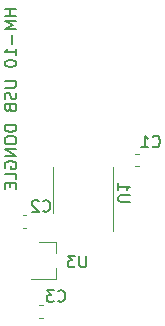
<source format=gbr>
G04 #@! TF.GenerationSoftware,KiCad,Pcbnew,(5.1.5)-3*
G04 #@! TF.CreationDate,2021-04-30T23:34:10+03:00*
G04 #@! TF.ProjectId,HM10USBDongle,484d3130-5553-4424-946f-6e676c652e6b,rev?*
G04 #@! TF.SameCoordinates,Original*
G04 #@! TF.FileFunction,Legend,Bot*
G04 #@! TF.FilePolarity,Positive*
%FSLAX46Y46*%
G04 Gerber Fmt 4.6, Leading zero omitted, Abs format (unit mm)*
G04 Created by KiCad (PCBNEW (5.1.5)-3) date 2021-04-30 23:34:10*
%MOMM*%
%LPD*%
G04 APERTURE LIST*
%ADD10C,0.127000*%
%ADD11C,0.120000*%
%ADD12C,0.150000*%
G04 APERTURE END LIST*
D10*
X128468380Y-61619761D02*
X127468380Y-61619761D01*
X127944571Y-61619761D02*
X127944571Y-62191190D01*
X128468380Y-62191190D02*
X127468380Y-62191190D01*
X128468380Y-62667380D02*
X127468380Y-62667380D01*
X128182666Y-63000714D01*
X127468380Y-63334047D01*
X128468380Y-63334047D01*
X128087428Y-63810238D02*
X128087428Y-64572142D01*
X128468380Y-65572142D02*
X128468380Y-65000714D01*
X128468380Y-65286428D02*
X127468380Y-65286428D01*
X127611238Y-65191190D01*
X127706476Y-65095952D01*
X127754095Y-65000714D01*
X127468380Y-66191190D02*
X127468380Y-66286428D01*
X127516000Y-66381666D01*
X127563619Y-66429285D01*
X127658857Y-66476904D01*
X127849333Y-66524523D01*
X128087428Y-66524523D01*
X128277904Y-66476904D01*
X128373142Y-66429285D01*
X128420761Y-66381666D01*
X128468380Y-66286428D01*
X128468380Y-66191190D01*
X128420761Y-66095952D01*
X128373142Y-66048333D01*
X128277904Y-66000714D01*
X128087428Y-65953095D01*
X127849333Y-65953095D01*
X127658857Y-66000714D01*
X127563619Y-66048333D01*
X127516000Y-66095952D01*
X127468380Y-66191190D01*
X127468380Y-67715000D02*
X128277904Y-67715000D01*
X128373142Y-67762619D01*
X128420761Y-67810238D01*
X128468380Y-67905476D01*
X128468380Y-68095952D01*
X128420761Y-68191190D01*
X128373142Y-68238809D01*
X128277904Y-68286428D01*
X127468380Y-68286428D01*
X128420761Y-68714999D02*
X128468380Y-68857857D01*
X128468380Y-69095952D01*
X128420761Y-69191190D01*
X128373142Y-69238809D01*
X128277904Y-69286428D01*
X128182666Y-69286428D01*
X128087428Y-69238809D01*
X128039809Y-69191190D01*
X127992190Y-69095952D01*
X127944571Y-68905476D01*
X127896952Y-68810238D01*
X127849333Y-68762619D01*
X127754095Y-68714999D01*
X127658857Y-68714999D01*
X127563619Y-68762619D01*
X127516000Y-68810238D01*
X127468380Y-68905476D01*
X127468380Y-69143571D01*
X127516000Y-69286428D01*
X127944571Y-70048333D02*
X127992190Y-70191190D01*
X128039809Y-70238809D01*
X128135047Y-70286428D01*
X128277904Y-70286428D01*
X128373142Y-70238809D01*
X128420761Y-70191190D01*
X128468380Y-70095952D01*
X128468380Y-69714999D01*
X127468380Y-69714999D01*
X127468380Y-70048333D01*
X127516000Y-70143571D01*
X127563619Y-70191190D01*
X127658857Y-70238809D01*
X127754095Y-70238809D01*
X127849333Y-70191190D01*
X127896952Y-70143571D01*
X127944571Y-70048333D01*
X127944571Y-69714999D01*
X128468380Y-71476904D02*
X127468380Y-71476904D01*
X127468380Y-71714999D01*
X127516000Y-71857857D01*
X127611238Y-71953095D01*
X127706476Y-72000714D01*
X127896952Y-72048333D01*
X128039809Y-72048333D01*
X128230285Y-72000714D01*
X128325523Y-71953095D01*
X128420761Y-71857857D01*
X128468380Y-71714999D01*
X128468380Y-71476904D01*
X127468380Y-72667380D02*
X127468380Y-72857857D01*
X127516000Y-72953095D01*
X127611238Y-73048333D01*
X127801714Y-73095952D01*
X128135047Y-73095952D01*
X128325523Y-73048333D01*
X128420761Y-72953095D01*
X128468380Y-72857857D01*
X128468380Y-72667380D01*
X128420761Y-72572142D01*
X128325523Y-72476904D01*
X128135047Y-72429285D01*
X127801714Y-72429285D01*
X127611238Y-72476904D01*
X127516000Y-72572142D01*
X127468380Y-72667380D01*
X128468380Y-73524523D02*
X127468380Y-73524523D01*
X128468380Y-74095952D01*
X127468380Y-74095952D01*
X127516000Y-75095952D02*
X127468380Y-75000714D01*
X127468380Y-74857857D01*
X127516000Y-74714999D01*
X127611238Y-74619761D01*
X127706476Y-74572142D01*
X127896952Y-74524523D01*
X128039809Y-74524523D01*
X128230285Y-74572142D01*
X128325523Y-74619761D01*
X128420761Y-74714999D01*
X128468380Y-74857857D01*
X128468380Y-74953095D01*
X128420761Y-75095952D01*
X128373142Y-75143571D01*
X128039809Y-75143571D01*
X128039809Y-74953095D01*
X128468380Y-76048333D02*
X128468380Y-75572142D01*
X127468380Y-75572142D01*
X127944571Y-76381666D02*
X127944571Y-76714999D01*
X128468380Y-76857857D02*
X128468380Y-76381666D01*
X127468380Y-76381666D01*
X127468380Y-76857857D01*
D11*
X130696580Y-87759000D02*
X130415420Y-87759000D01*
X130696580Y-86739000D02*
X130415420Y-86739000D01*
X129299580Y-80139000D02*
X129018420Y-80139000D01*
X129299580Y-79119000D02*
X129018420Y-79119000D01*
X138543420Y-73912000D02*
X138824580Y-73912000D01*
X138543420Y-74932000D02*
X138824580Y-74932000D01*
X131824000Y-81351000D02*
X130364000Y-81351000D01*
X131824000Y-84511000D02*
X129664000Y-84511000D01*
X131824000Y-84511000D02*
X131824000Y-83581000D01*
X131824000Y-81351000D02*
X131824000Y-82281000D01*
X136672000Y-76962000D02*
X136672000Y-80412000D01*
X136672000Y-76962000D02*
X136672000Y-75012000D01*
X131552000Y-76962000D02*
X131552000Y-78912000D01*
X131552000Y-76962000D02*
X131552000Y-75012000D01*
D12*
X131992666Y-86336142D02*
X132040285Y-86383761D01*
X132183142Y-86431380D01*
X132278380Y-86431380D01*
X132421238Y-86383761D01*
X132516476Y-86288523D01*
X132564095Y-86193285D01*
X132611714Y-86002809D01*
X132611714Y-85859952D01*
X132564095Y-85669476D01*
X132516476Y-85574238D01*
X132421238Y-85479000D01*
X132278380Y-85431380D01*
X132183142Y-85431380D01*
X132040285Y-85479000D01*
X131992666Y-85526619D01*
X131659333Y-85431380D02*
X131040285Y-85431380D01*
X131373619Y-85812333D01*
X131230761Y-85812333D01*
X131135523Y-85859952D01*
X131087904Y-85907571D01*
X131040285Y-86002809D01*
X131040285Y-86240904D01*
X131087904Y-86336142D01*
X131135523Y-86383761D01*
X131230761Y-86431380D01*
X131516476Y-86431380D01*
X131611714Y-86383761D01*
X131659333Y-86336142D01*
X130722666Y-78716142D02*
X130770285Y-78763761D01*
X130913142Y-78811380D01*
X131008380Y-78811380D01*
X131151238Y-78763761D01*
X131246476Y-78668523D01*
X131294095Y-78573285D01*
X131341714Y-78382809D01*
X131341714Y-78239952D01*
X131294095Y-78049476D01*
X131246476Y-77954238D01*
X131151238Y-77859000D01*
X131008380Y-77811380D01*
X130913142Y-77811380D01*
X130770285Y-77859000D01*
X130722666Y-77906619D01*
X130341714Y-77906619D02*
X130294095Y-77859000D01*
X130198857Y-77811380D01*
X129960761Y-77811380D01*
X129865523Y-77859000D01*
X129817904Y-77906619D01*
X129770285Y-78001857D01*
X129770285Y-78097095D01*
X129817904Y-78239952D01*
X130389333Y-78811380D01*
X129770285Y-78811380D01*
X139993666Y-73255142D02*
X140041285Y-73302761D01*
X140184142Y-73350380D01*
X140279380Y-73350380D01*
X140422238Y-73302761D01*
X140517476Y-73207523D01*
X140565095Y-73112285D01*
X140612714Y-72921809D01*
X140612714Y-72778952D01*
X140565095Y-72588476D01*
X140517476Y-72493238D01*
X140422238Y-72398000D01*
X140279380Y-72350380D01*
X140184142Y-72350380D01*
X140041285Y-72398000D01*
X139993666Y-72445619D01*
X139041285Y-73350380D02*
X139612714Y-73350380D01*
X139327000Y-73350380D02*
X139327000Y-72350380D01*
X139422238Y-72493238D01*
X139517476Y-72588476D01*
X139612714Y-72636095D01*
X134365904Y-82510380D02*
X134365904Y-83319904D01*
X134318285Y-83415142D01*
X134270666Y-83462761D01*
X134175428Y-83510380D01*
X133984952Y-83510380D01*
X133889714Y-83462761D01*
X133842095Y-83415142D01*
X133794476Y-83319904D01*
X133794476Y-82510380D01*
X133413523Y-82510380D02*
X132794476Y-82510380D01*
X133127809Y-82891333D01*
X132984952Y-82891333D01*
X132889714Y-82938952D01*
X132842095Y-82986571D01*
X132794476Y-83081809D01*
X132794476Y-83319904D01*
X132842095Y-83415142D01*
X132889714Y-83462761D01*
X132984952Y-83510380D01*
X133270666Y-83510380D01*
X133365904Y-83462761D01*
X133413523Y-83415142D01*
X138088619Y-77977904D02*
X137279095Y-77977904D01*
X137183857Y-77930285D01*
X137136238Y-77882666D01*
X137088619Y-77787428D01*
X137088619Y-77596952D01*
X137136238Y-77501714D01*
X137183857Y-77454095D01*
X137279095Y-77406476D01*
X138088619Y-77406476D01*
X137088619Y-76406476D02*
X137088619Y-76977904D01*
X137088619Y-76692190D02*
X138088619Y-76692190D01*
X137945761Y-76787428D01*
X137850523Y-76882666D01*
X137802904Y-76977904D01*
M02*

</source>
